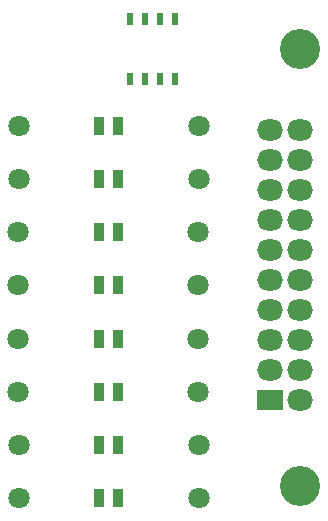
<source format=gts>
G04*
G04 #@! TF.GenerationSoftware,Altium Limited,Altium Designer,18.1.9 (240)*
G04*
G04 Layer_Color=8388736*
%FSLAX44Y44*%
%MOMM*%
G71*
G01*
G75*
%ADD14R,0.9000X1.5000*%
%ADD15R,0.5500X1.1400*%
%ADD16C,1.8000*%
%ADD17R,2.2000X1.8000*%
%ADD18O,2.2000X1.8000*%
%ADD19O,2.2032X1.8032*%
%ADD20O,2.2040X1.8040*%
%ADD21C,3.4000*%
D14*
X355500Y580000D02*
D03*
X340000D02*
D03*
Y625000D02*
D03*
X355500D02*
D03*
X340000Y670000D02*
D03*
X355500D02*
D03*
Y715000D02*
D03*
X340000D02*
D03*
Y760000D02*
D03*
X355500D02*
D03*
Y805000D02*
D03*
X340000D02*
D03*
X355500Y850000D02*
D03*
X340000D02*
D03*
Y895000D02*
D03*
X355500D02*
D03*
D15*
X404050Y985500D02*
D03*
X391350D02*
D03*
X378650D02*
D03*
X365950D02*
D03*
X404050Y934500D02*
D03*
X391350D02*
D03*
X378650D02*
D03*
X365950D02*
D03*
D16*
X271680Y580000D02*
D03*
X424080D02*
D03*
Y625000D02*
D03*
X271680D02*
D03*
X423820Y670000D02*
D03*
X271420D02*
D03*
Y715000D02*
D03*
X423820D02*
D03*
Y760000D02*
D03*
X271420D02*
D03*
Y805000D02*
D03*
X423820D02*
D03*
X271680Y850000D02*
D03*
X424080D02*
D03*
Y895000D02*
D03*
X271680D02*
D03*
D17*
X484600Y663000D02*
D03*
D18*
Y688400D02*
D03*
Y739200D02*
D03*
Y764600D02*
D03*
Y790000D02*
D03*
Y815400D02*
D03*
Y840800D02*
D03*
Y866200D02*
D03*
Y891600D02*
D03*
X510000Y663000D02*
D03*
Y688400D02*
D03*
Y739200D02*
D03*
Y764600D02*
D03*
Y790000D02*
D03*
Y815400D02*
D03*
Y840800D02*
D03*
Y866200D02*
D03*
Y891600D02*
D03*
D19*
X484600Y713800D02*
D03*
D20*
X510000D02*
D03*
D21*
Y590000D02*
D03*
Y960000D02*
D03*
M02*

</source>
